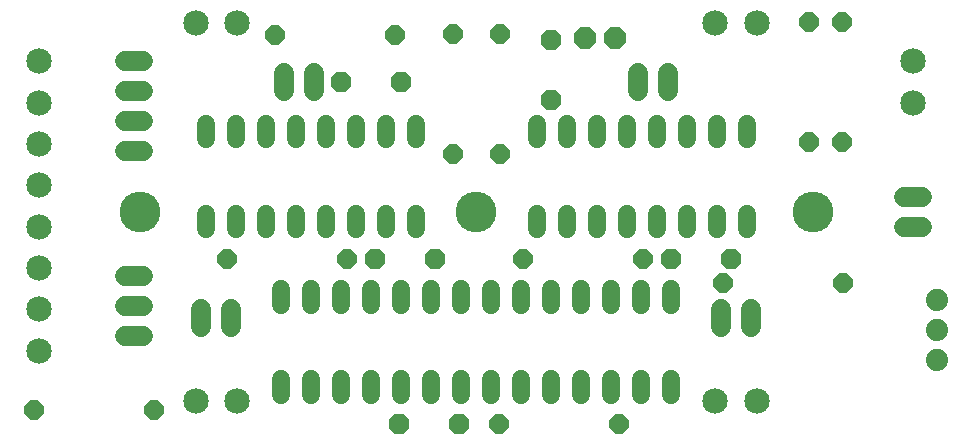
<source format=gbs>
G04 EAGLE Gerber RS-274X export*
G75*
%MOMM*%
%FSLAX34Y34*%
%LPD*%
%INSoldermask Bottom*%
%IPPOS*%
%AMOC8*
5,1,8,0,0,1.08239X$1,22.5*%
G01*
%ADD10C,3.453200*%
%ADD11P,1.843527X8X112.500000*%
%ADD12P,1.843527X8X202.500000*%
%ADD13P,1.843527X8X22.500000*%
%ADD14C,1.524000*%
%ADD15C,2.153200*%
%ADD16P,2.034460X8X202.500000*%
%ADD17P,1.767759X8X112.500000*%
%ADD18C,1.879600*%
%ADD19P,1.767759X8X202.500000*%
%ADD20P,1.767759X8X292.500000*%
%ADD21P,1.767759X8X22.500000*%
%ADD22C,1.727200*%


D10*
X410000Y200000D03*
X125000Y200000D03*
X695000Y200000D03*
D11*
X473000Y294600D03*
X473000Y345400D03*
D12*
X625400Y160000D03*
X574600Y160000D03*
D13*
X295600Y310000D03*
X346400Y310000D03*
D12*
X375400Y160000D03*
X324600Y160000D03*
D14*
X638900Y261496D02*
X638900Y274704D01*
X613500Y274704D02*
X613500Y261496D01*
X486500Y261496D02*
X486500Y274704D01*
X461100Y274704D02*
X461100Y261496D01*
X588100Y261496D02*
X588100Y274704D01*
X562700Y274704D02*
X562700Y261496D01*
X511900Y261496D02*
X511900Y274704D01*
X537300Y274704D02*
X537300Y261496D01*
X461100Y198504D02*
X461100Y185296D01*
X486500Y185296D02*
X486500Y198504D01*
X511900Y198504D02*
X511900Y185296D01*
X537300Y185296D02*
X537300Y198504D01*
X562700Y198504D02*
X562700Y185296D01*
X588100Y185296D02*
X588100Y198504D01*
X613500Y198504D02*
X613500Y185296D01*
X638900Y185296D02*
X638900Y198504D01*
X358900Y261496D02*
X358900Y274704D01*
X333500Y274704D02*
X333500Y261496D01*
X206500Y261496D02*
X206500Y274704D01*
X181100Y274704D02*
X181100Y261496D01*
X308100Y261496D02*
X308100Y274704D01*
X282700Y274704D02*
X282700Y261496D01*
X231900Y261496D02*
X231900Y274704D01*
X257300Y274704D02*
X257300Y261496D01*
X181100Y198504D02*
X181100Y185296D01*
X206500Y185296D02*
X206500Y198504D01*
X231900Y198504D02*
X231900Y185296D01*
X257300Y185296D02*
X257300Y198504D01*
X282700Y198504D02*
X282700Y185296D01*
X308100Y185296D02*
X308100Y198504D01*
X333500Y198504D02*
X333500Y185296D01*
X358900Y185296D02*
X358900Y198504D01*
D15*
X780000Y327500D03*
X780000Y292500D03*
X647500Y40000D03*
X612500Y40000D03*
X207500Y40000D03*
X172500Y40000D03*
X172500Y360000D03*
X207500Y360000D03*
X612500Y360000D03*
X647500Y360000D03*
X40000Y292500D03*
X40000Y327500D03*
X40000Y222500D03*
X40000Y257500D03*
D16*
X527700Y347000D03*
X502300Y347000D03*
D17*
X720000Y259200D03*
X720000Y360800D03*
D18*
X800000Y100000D03*
X800000Y125400D03*
X800000Y74600D03*
D14*
X575100Y121496D02*
X575100Y134704D01*
X549700Y134704D02*
X549700Y121496D01*
X524300Y121496D02*
X524300Y134704D01*
X498900Y134704D02*
X498900Y121496D01*
X473500Y121496D02*
X473500Y134704D01*
X448100Y134704D02*
X448100Y121496D01*
X422700Y121496D02*
X422700Y134704D01*
X397300Y134704D02*
X397300Y121496D01*
X371900Y121496D02*
X371900Y134704D01*
X346500Y134704D02*
X346500Y121496D01*
X321100Y121496D02*
X321100Y134704D01*
X295700Y134704D02*
X295700Y121496D01*
X270300Y121496D02*
X270300Y134704D01*
X244900Y134704D02*
X244900Y121496D01*
X244900Y58504D02*
X244900Y45296D01*
X270300Y45296D02*
X270300Y58504D01*
X295700Y58504D02*
X295700Y45296D01*
X321100Y45296D02*
X321100Y58504D01*
X346500Y58504D02*
X346500Y45296D01*
X371900Y45296D02*
X371900Y58504D01*
X397300Y58504D02*
X397300Y45296D01*
X422700Y45296D02*
X422700Y58504D01*
X448100Y58504D02*
X448100Y45296D01*
X473500Y45296D02*
X473500Y58504D01*
X498900Y58504D02*
X498900Y45296D01*
X524300Y45296D02*
X524300Y58504D01*
X549700Y58504D02*
X549700Y45296D01*
X575100Y45296D02*
X575100Y58504D01*
D19*
X530800Y20000D03*
X429200Y20000D03*
D12*
X395400Y20000D03*
X344600Y20000D03*
D15*
X40000Y82500D03*
X40000Y117500D03*
X40000Y152500D03*
X40000Y187500D03*
D17*
X692000Y259200D03*
X692000Y360800D03*
D20*
X430000Y350800D03*
X430000Y249200D03*
D21*
X619200Y140000D03*
X720800Y140000D03*
X449200Y160000D03*
X550800Y160000D03*
D20*
X390000Y350800D03*
X390000Y249200D03*
D21*
X239200Y350000D03*
X340800Y350000D03*
D19*
X300800Y160000D03*
X199200Y160000D03*
X136800Y32000D03*
X35200Y32000D03*
D22*
X772380Y187300D02*
X787620Y187300D01*
X787620Y212700D02*
X772380Y212700D01*
X572700Y302380D02*
X572700Y317620D01*
X547300Y317620D02*
X547300Y302380D01*
X272700Y302380D02*
X272700Y317620D01*
X247300Y317620D02*
X247300Y302380D01*
X617300Y117620D02*
X617300Y102380D01*
X642700Y102380D02*
X642700Y117620D01*
X177300Y117620D02*
X177300Y102380D01*
X202700Y102380D02*
X202700Y117620D01*
X127620Y145400D02*
X112380Y145400D01*
X112380Y120000D02*
X127620Y120000D01*
X127620Y94600D02*
X112380Y94600D01*
X112380Y251900D02*
X127620Y251900D01*
X127620Y277300D02*
X112380Y277300D01*
X112380Y302700D02*
X127620Y302700D01*
X127620Y328100D02*
X112380Y328100D01*
M02*

</source>
